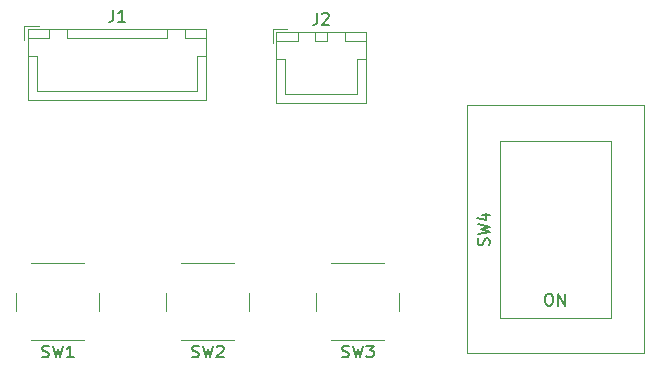
<source format=gbr>
G04 #@! TF.GenerationSoftware,KiCad,Pcbnew,(6.0.4)*
G04 #@! TF.CreationDate,2022-07-19T16:35:08+09:00*
G04 #@! TF.ProjectId,io_board for cnc,696f5f62-6f61-4726-9420-666f7220636e,rev?*
G04 #@! TF.SameCoordinates,Original*
G04 #@! TF.FileFunction,Legend,Top*
G04 #@! TF.FilePolarity,Positive*
%FSLAX46Y46*%
G04 Gerber Fmt 4.6, Leading zero omitted, Abs format (unit mm)*
G04 Created by KiCad (PCBNEW (6.0.4)) date 2022-07-19 16:35:08*
%MOMM*%
%LPD*%
G01*
G04 APERTURE LIST*
%ADD10C,0.150000*%
%ADD11C,0.120000*%
G04 APERTURE END LIST*
D10*
X160774761Y-128841333D02*
X160822380Y-128698476D01*
X160822380Y-128460380D01*
X160774761Y-128365142D01*
X160727142Y-128317523D01*
X160631904Y-128269904D01*
X160536666Y-128269904D01*
X160441428Y-128317523D01*
X160393809Y-128365142D01*
X160346190Y-128460380D01*
X160298571Y-128650857D01*
X160250952Y-128746095D01*
X160203333Y-128793714D01*
X160108095Y-128841333D01*
X160012857Y-128841333D01*
X159917619Y-128793714D01*
X159870000Y-128746095D01*
X159822380Y-128650857D01*
X159822380Y-128412761D01*
X159870000Y-128269904D01*
X159822380Y-127936571D02*
X160822380Y-127698476D01*
X160108095Y-127508000D01*
X160822380Y-127317523D01*
X159822380Y-127079428D01*
X160155714Y-126269904D02*
X160822380Y-126269904D01*
X159774761Y-126508000D02*
X160489047Y-126746095D01*
X160489047Y-126127047D01*
X165750952Y-132960380D02*
X165941428Y-132960380D01*
X166036666Y-133008000D01*
X166131904Y-133103238D01*
X166179523Y-133293714D01*
X166179523Y-133627047D01*
X166131904Y-133817523D01*
X166036666Y-133912761D01*
X165941428Y-133960380D01*
X165750952Y-133960380D01*
X165655714Y-133912761D01*
X165560476Y-133817523D01*
X165512857Y-133627047D01*
X165512857Y-133293714D01*
X165560476Y-133103238D01*
X165655714Y-133008000D01*
X165750952Y-132960380D01*
X166608095Y-133960380D02*
X166608095Y-132960380D01*
X167179523Y-133960380D01*
X167179523Y-132960380D01*
X122924666Y-138294761D02*
X123067523Y-138342380D01*
X123305619Y-138342380D01*
X123400857Y-138294761D01*
X123448476Y-138247142D01*
X123496095Y-138151904D01*
X123496095Y-138056666D01*
X123448476Y-137961428D01*
X123400857Y-137913809D01*
X123305619Y-137866190D01*
X123115142Y-137818571D01*
X123019904Y-137770952D01*
X122972285Y-137723333D01*
X122924666Y-137628095D01*
X122924666Y-137532857D01*
X122972285Y-137437619D01*
X123019904Y-137390000D01*
X123115142Y-137342380D01*
X123353238Y-137342380D01*
X123496095Y-137390000D01*
X123829428Y-137342380D02*
X124067523Y-138342380D01*
X124258000Y-137628095D01*
X124448476Y-138342380D01*
X124686571Y-137342380D01*
X125591333Y-138342380D02*
X125019904Y-138342380D01*
X125305619Y-138342380D02*
X125305619Y-137342380D01*
X125210380Y-137485238D01*
X125115142Y-137580476D01*
X125019904Y-137628095D01*
X146224666Y-109169380D02*
X146224666Y-109883666D01*
X146177047Y-110026523D01*
X146081809Y-110121761D01*
X145938952Y-110169380D01*
X145843714Y-110169380D01*
X146653238Y-109264619D02*
X146700857Y-109217000D01*
X146796095Y-109169380D01*
X147034190Y-109169380D01*
X147129428Y-109217000D01*
X147177047Y-109264619D01*
X147224666Y-109359857D01*
X147224666Y-109455095D01*
X147177047Y-109597952D01*
X146605619Y-110169380D01*
X147224666Y-110169380D01*
X128952666Y-108915380D02*
X128952666Y-109629666D01*
X128905047Y-109772523D01*
X128809809Y-109867761D01*
X128666952Y-109915380D01*
X128571714Y-109915380D01*
X129952666Y-109915380D02*
X129381238Y-109915380D01*
X129666952Y-109915380D02*
X129666952Y-108915380D01*
X129571714Y-109058238D01*
X129476476Y-109153476D01*
X129381238Y-109201095D01*
X135624666Y-138294761D02*
X135767523Y-138342380D01*
X136005619Y-138342380D01*
X136100857Y-138294761D01*
X136148476Y-138247142D01*
X136196095Y-138151904D01*
X136196095Y-138056666D01*
X136148476Y-137961428D01*
X136100857Y-137913809D01*
X136005619Y-137866190D01*
X135815142Y-137818571D01*
X135719904Y-137770952D01*
X135672285Y-137723333D01*
X135624666Y-137628095D01*
X135624666Y-137532857D01*
X135672285Y-137437619D01*
X135719904Y-137390000D01*
X135815142Y-137342380D01*
X136053238Y-137342380D01*
X136196095Y-137390000D01*
X136529428Y-137342380D02*
X136767523Y-138342380D01*
X136958000Y-137628095D01*
X137148476Y-138342380D01*
X137386571Y-137342380D01*
X137719904Y-137437619D02*
X137767523Y-137390000D01*
X137862761Y-137342380D01*
X138100857Y-137342380D01*
X138196095Y-137390000D01*
X138243714Y-137437619D01*
X138291333Y-137532857D01*
X138291333Y-137628095D01*
X138243714Y-137770952D01*
X137672285Y-138342380D01*
X138291333Y-138342380D01*
X148324666Y-138294761D02*
X148467523Y-138342380D01*
X148705619Y-138342380D01*
X148800857Y-138294761D01*
X148848476Y-138247142D01*
X148896095Y-138151904D01*
X148896095Y-138056666D01*
X148848476Y-137961428D01*
X148800857Y-137913809D01*
X148705619Y-137866190D01*
X148515142Y-137818571D01*
X148419904Y-137770952D01*
X148372285Y-137723333D01*
X148324666Y-137628095D01*
X148324666Y-137532857D01*
X148372285Y-137437619D01*
X148419904Y-137390000D01*
X148515142Y-137342380D01*
X148753238Y-137342380D01*
X148896095Y-137390000D01*
X149229428Y-137342380D02*
X149467523Y-138342380D01*
X149658000Y-137628095D01*
X149848476Y-138342380D01*
X150086571Y-137342380D01*
X150372285Y-137342380D02*
X150991333Y-137342380D01*
X150658000Y-137723333D01*
X150800857Y-137723333D01*
X150896095Y-137770952D01*
X150943714Y-137818571D01*
X150991333Y-137913809D01*
X150991333Y-138151904D01*
X150943714Y-138247142D01*
X150896095Y-138294761D01*
X150800857Y-138342380D01*
X150515142Y-138342380D01*
X150419904Y-138294761D01*
X150372285Y-138247142D01*
D11*
X173870000Y-138008000D02*
X173870000Y-117008000D01*
X166370000Y-135008000D02*
X171070000Y-135008000D01*
X173870000Y-117008000D02*
X158870000Y-117008000D01*
X158870000Y-138008000D02*
X166370000Y-138008000D01*
X158870000Y-117008000D02*
X158870000Y-138008000D01*
X171070000Y-135008000D02*
X171070000Y-120008000D01*
X166370000Y-138008000D02*
X173870000Y-138008000D01*
X161670000Y-120008000D02*
X161670000Y-135008000D01*
X171070000Y-120008000D02*
X161670000Y-120008000D01*
X161670000Y-135008000D02*
X166370000Y-135008000D01*
X122008000Y-136890000D02*
X126508000Y-136890000D01*
X126508000Y-130390000D02*
X122008000Y-130390000D01*
X120758000Y-132890000D02*
X120758000Y-134390000D01*
X127758000Y-134390000D02*
X127758000Y-132890000D01*
X143508000Y-116017000D02*
X146558000Y-116017000D01*
X144558000Y-111567000D02*
X144558000Y-110817000D01*
X142758000Y-111567000D02*
X144558000Y-111567000D01*
X146058000Y-110817000D02*
X146058000Y-111567000D01*
X149608000Y-116017000D02*
X146558000Y-116017000D01*
X142458000Y-110517000D02*
X142458000Y-111767000D01*
X143508000Y-113067000D02*
X143508000Y-116017000D01*
X150358000Y-110817000D02*
X148558000Y-110817000D01*
X142748000Y-110807000D02*
X142748000Y-116777000D01*
X150368000Y-110807000D02*
X142748000Y-110807000D01*
X147058000Y-110817000D02*
X146058000Y-110817000D01*
X148558000Y-110817000D02*
X148558000Y-111567000D01*
X150368000Y-116777000D02*
X150368000Y-110807000D01*
X142758000Y-113067000D02*
X143508000Y-113067000D01*
X149608000Y-113067000D02*
X149608000Y-116017000D01*
X147058000Y-111567000D02*
X147058000Y-110817000D01*
X144558000Y-110817000D02*
X142758000Y-110817000D01*
X143708000Y-110517000D02*
X142458000Y-110517000D01*
X146058000Y-111567000D02*
X147058000Y-111567000D01*
X148558000Y-111567000D02*
X150358000Y-111567000D01*
X142748000Y-116777000D02*
X150368000Y-116777000D01*
X142758000Y-110817000D02*
X142758000Y-111567000D01*
X150358000Y-111567000D02*
X150358000Y-110817000D01*
X150358000Y-113067000D02*
X149608000Y-113067000D01*
X121726000Y-110553000D02*
X121726000Y-116523000D01*
X122686000Y-110263000D02*
X121436000Y-110263000D01*
X136086000Y-112813000D02*
X136086000Y-115763000D01*
X125036000Y-111313000D02*
X133536000Y-111313000D01*
X121736000Y-111313000D02*
X123536000Y-111313000D01*
X133536000Y-111313000D02*
X133536000Y-110563000D01*
X136086000Y-115763000D02*
X129286000Y-115763000D01*
X135036000Y-110563000D02*
X135036000Y-111313000D01*
X121436000Y-110263000D02*
X121436000Y-111513000D01*
X136836000Y-110563000D02*
X135036000Y-110563000D01*
X121736000Y-110563000D02*
X121736000Y-111313000D01*
X122486000Y-115763000D02*
X129286000Y-115763000D01*
X121736000Y-112813000D02*
X122486000Y-112813000D01*
X121726000Y-116523000D02*
X136846000Y-116523000D01*
X133536000Y-110563000D02*
X125036000Y-110563000D01*
X136836000Y-112813000D02*
X136086000Y-112813000D01*
X136846000Y-110553000D02*
X121726000Y-110553000D01*
X123536000Y-110563000D02*
X121736000Y-110563000D01*
X135036000Y-111313000D02*
X136836000Y-111313000D01*
X125036000Y-110563000D02*
X125036000Y-111313000D01*
X122486000Y-112813000D02*
X122486000Y-115763000D01*
X136846000Y-116523000D02*
X136846000Y-110553000D01*
X136836000Y-111313000D02*
X136836000Y-110563000D01*
X123536000Y-111313000D02*
X123536000Y-110563000D01*
X139208000Y-130390000D02*
X134708000Y-130390000D01*
X134708000Y-136890000D02*
X139208000Y-136890000D01*
X140458000Y-134390000D02*
X140458000Y-132890000D01*
X133458000Y-132890000D02*
X133458000Y-134390000D01*
X147408000Y-136890000D02*
X151908000Y-136890000D01*
X151908000Y-130390000D02*
X147408000Y-130390000D01*
X153158000Y-134390000D02*
X153158000Y-132890000D01*
X146158000Y-132890000D02*
X146158000Y-134390000D01*
M02*

</source>
